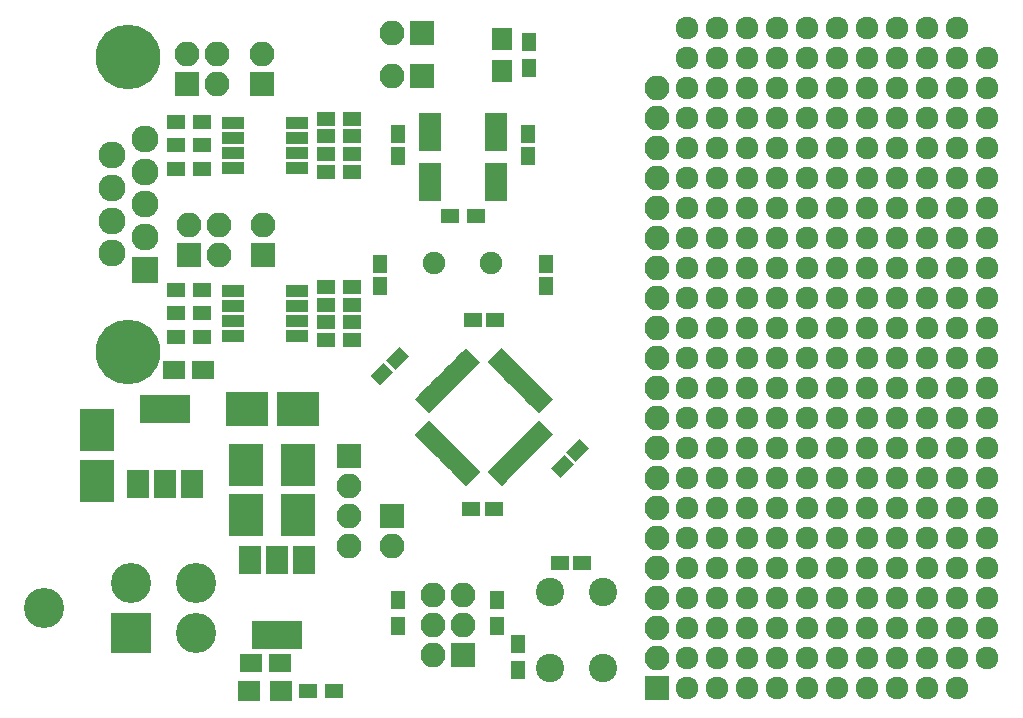
<source format=gbr>
G04 #@! TF.FileFunction,Soldermask,Top*
%FSLAX46Y46*%
G04 Gerber Fmt 4.6, Leading zero omitted, Abs format (unit mm)*
G04 Created by KiCad (PCBNEW 4.0.7) date 10/26/17 01:15:18*
%MOMM*%
%LPD*%
G01*
G04 APERTURE LIST*
%ADD10C,0.100000*%
%ADD11R,2.279600X2.279600*%
%ADD12C,2.279600*%
%ADD13C,5.480000*%
%ADD14R,1.600000X1.300000*%
%ADD15C,1.900000*%
%ADD16R,1.900000X1.650000*%
%ADD17R,2.900000X3.600000*%
%ADD18R,3.600000X2.900000*%
%ADD19R,1.700000X1.900000*%
%ADD20R,1.900000X1.700000*%
%ADD21R,2.100000X2.100000*%
%ADD22O,2.100000X2.100000*%
%ADD23C,2.400000*%
%ADD24R,4.200000X2.400000*%
%ADD25R,1.900000X2.400000*%
%ADD26R,1.950000X1.000000*%
%ADD27R,1.830000X3.250000*%
%ADD28R,1.300000X1.600000*%
%ADD29R,1.600000X1.150000*%
%ADD30R,1.150000X1.600000*%
%ADD31C,1.924000*%
%ADD32R,3.400000X3.400000*%
%ADD33C,3.400000*%
G04 APERTURE END LIST*
D10*
G36*
X38937779Y-29608311D02*
X39397398Y-29148692D01*
X40599479Y-30350773D01*
X40139860Y-30810392D01*
X38937779Y-29608311D01*
X38937779Y-29608311D01*
G37*
G36*
X38584226Y-29961864D02*
X39043845Y-29502245D01*
X40245926Y-30704326D01*
X39786307Y-31163945D01*
X38584226Y-29961864D01*
X38584226Y-29961864D01*
G37*
G36*
X38230672Y-30315418D02*
X38690291Y-29855799D01*
X39892372Y-31057880D01*
X39432753Y-31517499D01*
X38230672Y-30315418D01*
X38230672Y-30315418D01*
G37*
G36*
X37877119Y-30668971D02*
X38336738Y-30209352D01*
X39538819Y-31411433D01*
X39079200Y-31871052D01*
X37877119Y-30668971D01*
X37877119Y-30668971D01*
G37*
G36*
X37523566Y-31022524D02*
X37983185Y-30562905D01*
X39185266Y-31764986D01*
X38725647Y-32224605D01*
X37523566Y-31022524D01*
X37523566Y-31022524D01*
G37*
G36*
X37170012Y-31376078D02*
X37629631Y-30916459D01*
X38831712Y-32118540D01*
X38372093Y-32578159D01*
X37170012Y-31376078D01*
X37170012Y-31376078D01*
G37*
G36*
X36816459Y-31729631D02*
X37276078Y-31270012D01*
X38478159Y-32472093D01*
X38018540Y-32931712D01*
X36816459Y-31729631D01*
X36816459Y-31729631D01*
G37*
G36*
X36462905Y-32083185D02*
X36922524Y-31623566D01*
X38124605Y-32825647D01*
X37664986Y-33285266D01*
X36462905Y-32083185D01*
X36462905Y-32083185D01*
G37*
G36*
X36109352Y-32436738D02*
X36568971Y-31977119D01*
X37771052Y-33179200D01*
X37311433Y-33638819D01*
X36109352Y-32436738D01*
X36109352Y-32436738D01*
G37*
G36*
X35755799Y-32790291D02*
X36215418Y-32330672D01*
X37417499Y-33532753D01*
X36957880Y-33992372D01*
X35755799Y-32790291D01*
X35755799Y-32790291D01*
G37*
G36*
X35402245Y-33143845D02*
X35861864Y-32684226D01*
X37063945Y-33886307D01*
X36604326Y-34345926D01*
X35402245Y-33143845D01*
X35402245Y-33143845D01*
G37*
G36*
X35048692Y-33497398D02*
X35508311Y-33037779D01*
X36710392Y-34239860D01*
X36250773Y-34699479D01*
X35048692Y-33497398D01*
X35048692Y-33497398D01*
G37*
G36*
X35508311Y-36962221D02*
X35048692Y-36502602D01*
X36250773Y-35300521D01*
X36710392Y-35760140D01*
X35508311Y-36962221D01*
X35508311Y-36962221D01*
G37*
G36*
X35861864Y-37315774D02*
X35402245Y-36856155D01*
X36604326Y-35654074D01*
X37063945Y-36113693D01*
X35861864Y-37315774D01*
X35861864Y-37315774D01*
G37*
G36*
X36215418Y-37669328D02*
X35755799Y-37209709D01*
X36957880Y-36007628D01*
X37417499Y-36467247D01*
X36215418Y-37669328D01*
X36215418Y-37669328D01*
G37*
G36*
X36568971Y-38022881D02*
X36109352Y-37563262D01*
X37311433Y-36361181D01*
X37771052Y-36820800D01*
X36568971Y-38022881D01*
X36568971Y-38022881D01*
G37*
G36*
X36922524Y-38376434D02*
X36462905Y-37916815D01*
X37664986Y-36714734D01*
X38124605Y-37174353D01*
X36922524Y-38376434D01*
X36922524Y-38376434D01*
G37*
G36*
X37276078Y-38729988D02*
X36816459Y-38270369D01*
X38018540Y-37068288D01*
X38478159Y-37527907D01*
X37276078Y-38729988D01*
X37276078Y-38729988D01*
G37*
G36*
X37629631Y-39083541D02*
X37170012Y-38623922D01*
X38372093Y-37421841D01*
X38831712Y-37881460D01*
X37629631Y-39083541D01*
X37629631Y-39083541D01*
G37*
G36*
X37983185Y-39437095D02*
X37523566Y-38977476D01*
X38725647Y-37775395D01*
X39185266Y-38235014D01*
X37983185Y-39437095D01*
X37983185Y-39437095D01*
G37*
G36*
X38336738Y-39790648D02*
X37877119Y-39331029D01*
X39079200Y-38128948D01*
X39538819Y-38588567D01*
X38336738Y-39790648D01*
X38336738Y-39790648D01*
G37*
G36*
X38690291Y-40144201D02*
X38230672Y-39684582D01*
X39432753Y-38482501D01*
X39892372Y-38942120D01*
X38690291Y-40144201D01*
X38690291Y-40144201D01*
G37*
G36*
X39043845Y-40497755D02*
X38584226Y-40038136D01*
X39786307Y-38836055D01*
X40245926Y-39295674D01*
X39043845Y-40497755D01*
X39043845Y-40497755D01*
G37*
G36*
X39397398Y-40851308D02*
X38937779Y-40391689D01*
X40139860Y-39189608D01*
X40599479Y-39649227D01*
X39397398Y-40851308D01*
X39397398Y-40851308D01*
G37*
G36*
X41200521Y-39649227D02*
X41660140Y-39189608D01*
X42862221Y-40391689D01*
X42402602Y-40851308D01*
X41200521Y-39649227D01*
X41200521Y-39649227D01*
G37*
G36*
X41554074Y-39295674D02*
X42013693Y-38836055D01*
X43215774Y-40038136D01*
X42756155Y-40497755D01*
X41554074Y-39295674D01*
X41554074Y-39295674D01*
G37*
G36*
X41907628Y-38942120D02*
X42367247Y-38482501D01*
X43569328Y-39684582D01*
X43109709Y-40144201D01*
X41907628Y-38942120D01*
X41907628Y-38942120D01*
G37*
G36*
X42261181Y-38588567D02*
X42720800Y-38128948D01*
X43922881Y-39331029D01*
X43463262Y-39790648D01*
X42261181Y-38588567D01*
X42261181Y-38588567D01*
G37*
G36*
X42614734Y-38235014D02*
X43074353Y-37775395D01*
X44276434Y-38977476D01*
X43816815Y-39437095D01*
X42614734Y-38235014D01*
X42614734Y-38235014D01*
G37*
G36*
X42968288Y-37881460D02*
X43427907Y-37421841D01*
X44629988Y-38623922D01*
X44170369Y-39083541D01*
X42968288Y-37881460D01*
X42968288Y-37881460D01*
G37*
G36*
X43321841Y-37527907D02*
X43781460Y-37068288D01*
X44983541Y-38270369D01*
X44523922Y-38729988D01*
X43321841Y-37527907D01*
X43321841Y-37527907D01*
G37*
G36*
X43675395Y-37174353D02*
X44135014Y-36714734D01*
X45337095Y-37916815D01*
X44877476Y-38376434D01*
X43675395Y-37174353D01*
X43675395Y-37174353D01*
G37*
G36*
X44028948Y-36820800D02*
X44488567Y-36361181D01*
X45690648Y-37563262D01*
X45231029Y-38022881D01*
X44028948Y-36820800D01*
X44028948Y-36820800D01*
G37*
G36*
X44382501Y-36467247D02*
X44842120Y-36007628D01*
X46044201Y-37209709D01*
X45584582Y-37669328D01*
X44382501Y-36467247D01*
X44382501Y-36467247D01*
G37*
G36*
X44736055Y-36113693D02*
X45195674Y-35654074D01*
X46397755Y-36856155D01*
X45938136Y-37315774D01*
X44736055Y-36113693D01*
X44736055Y-36113693D01*
G37*
G36*
X45089608Y-35760140D02*
X45549227Y-35300521D01*
X46751308Y-36502602D01*
X46291689Y-36962221D01*
X45089608Y-35760140D01*
X45089608Y-35760140D01*
G37*
G36*
X45549227Y-34699479D02*
X45089608Y-34239860D01*
X46291689Y-33037779D01*
X46751308Y-33497398D01*
X45549227Y-34699479D01*
X45549227Y-34699479D01*
G37*
G36*
X45195674Y-34345926D02*
X44736055Y-33886307D01*
X45938136Y-32684226D01*
X46397755Y-33143845D01*
X45195674Y-34345926D01*
X45195674Y-34345926D01*
G37*
G36*
X44842120Y-33992372D02*
X44382501Y-33532753D01*
X45584582Y-32330672D01*
X46044201Y-32790291D01*
X44842120Y-33992372D01*
X44842120Y-33992372D01*
G37*
G36*
X44488567Y-33638819D02*
X44028948Y-33179200D01*
X45231029Y-31977119D01*
X45690648Y-32436738D01*
X44488567Y-33638819D01*
X44488567Y-33638819D01*
G37*
G36*
X44135014Y-33285266D02*
X43675395Y-32825647D01*
X44877476Y-31623566D01*
X45337095Y-32083185D01*
X44135014Y-33285266D01*
X44135014Y-33285266D01*
G37*
G36*
X43781460Y-32931712D02*
X43321841Y-32472093D01*
X44523922Y-31270012D01*
X44983541Y-31729631D01*
X43781460Y-32931712D01*
X43781460Y-32931712D01*
G37*
G36*
X43427907Y-32578159D02*
X42968288Y-32118540D01*
X44170369Y-30916459D01*
X44629988Y-31376078D01*
X43427907Y-32578159D01*
X43427907Y-32578159D01*
G37*
G36*
X43074353Y-32224605D02*
X42614734Y-31764986D01*
X43816815Y-30562905D01*
X44276434Y-31022524D01*
X43074353Y-32224605D01*
X43074353Y-32224605D01*
G37*
G36*
X42720800Y-31871052D02*
X42261181Y-31411433D01*
X43463262Y-30209352D01*
X43922881Y-30668971D01*
X42720800Y-31871052D01*
X42720800Y-31871052D01*
G37*
G36*
X42367247Y-31517499D02*
X41907628Y-31057880D01*
X43109709Y-29855799D01*
X43569328Y-30315418D01*
X42367247Y-31517499D01*
X42367247Y-31517499D01*
G37*
G36*
X42013693Y-31163945D02*
X41554074Y-30704326D01*
X42756155Y-29502245D01*
X43215774Y-29961864D01*
X42013693Y-31163945D01*
X42013693Y-31163945D01*
G37*
G36*
X41660140Y-30810392D02*
X41200521Y-30350773D01*
X42402602Y-29148692D01*
X42862221Y-29608311D01*
X41660140Y-30810392D01*
X41660140Y-30810392D01*
G37*
D11*
X12219860Y-22539740D03*
D12*
X12219860Y-19768600D03*
X12219860Y-17000000D03*
X12219860Y-14231400D03*
X12219860Y-11460260D03*
X9380140Y-21147820D03*
X9380140Y-18379220D03*
X9380140Y-15620780D03*
X9380140Y-12852180D03*
D13*
X10800000Y-29499340D03*
X10800000Y-4500660D03*
D14*
X40250000Y-18000000D03*
X38050000Y-18000000D03*
D15*
X36650000Y-22000000D03*
X41530000Y-22000000D03*
D16*
X14650000Y-31000000D03*
X17150000Y-31000000D03*
X21150000Y-55800000D03*
X23650000Y-55800000D03*
D17*
X8150000Y-40400000D03*
X8150000Y-36100000D03*
X20800000Y-43350000D03*
X20800000Y-39050000D03*
X25200000Y-43350000D03*
X25200000Y-39050000D03*
D18*
X25150000Y-34300000D03*
X20850000Y-34300000D03*
D19*
X42400000Y-3050000D03*
X42400000Y-5750000D03*
D20*
X23750000Y-58200000D03*
X21050000Y-58200000D03*
D21*
X29500000Y-38300000D03*
D22*
X29500000Y-40840000D03*
X29500000Y-43380000D03*
X29500000Y-45920000D03*
D21*
X33100000Y-43400000D03*
D22*
X33100000Y-45940000D03*
D21*
X39100000Y-55200000D03*
D22*
X36560000Y-55200000D03*
X39100000Y-52660000D03*
X36560000Y-52660000D03*
X39100000Y-50120000D03*
X36560000Y-50120000D03*
D21*
X15800000Y-6800000D03*
D22*
X15800000Y-4260000D03*
X18340000Y-6800000D03*
X18340000Y-4260000D03*
D21*
X22100000Y-6800000D03*
D22*
X22100000Y-4260000D03*
D23*
X46500000Y-49800000D03*
X51000000Y-49800000D03*
X46500000Y-56300000D03*
X51000000Y-56300000D03*
D24*
X13900000Y-34350000D03*
D25*
X13900000Y-40650000D03*
X16200000Y-40650000D03*
X11600000Y-40650000D03*
D24*
X23400000Y-53450000D03*
D25*
X23400000Y-47150000D03*
X21100000Y-47150000D03*
X25700000Y-47150000D03*
D26*
X25100000Y-28155000D03*
X25100000Y-26885000D03*
X25100000Y-25615000D03*
X25100000Y-24345000D03*
X19700000Y-24345000D03*
X19700000Y-25615000D03*
X19700000Y-26885000D03*
X19700000Y-28155000D03*
X25100000Y-13905000D03*
X25100000Y-12635000D03*
X25100000Y-11365000D03*
X25100000Y-10095000D03*
X19700000Y-10095000D03*
X19700000Y-11365000D03*
X19700000Y-12635000D03*
X19700000Y-13905000D03*
D27*
X41965000Y-10925000D03*
X36335000Y-10925000D03*
X36335000Y-15075000D03*
X41965000Y-15075000D03*
D28*
X43800000Y-56400000D03*
X43800000Y-54200000D03*
X44700000Y-5500000D03*
X44700000Y-3300000D03*
D14*
X28200000Y-58200000D03*
X26000000Y-58200000D03*
D28*
X42000000Y-52700000D03*
X42000000Y-50500000D03*
X33600000Y-50500000D03*
X33600000Y-52700000D03*
D14*
X29750000Y-28500000D03*
X27550000Y-28500000D03*
X29750000Y-14250000D03*
X27550000Y-14250000D03*
X29750000Y-27000000D03*
X27550000Y-27000000D03*
X29750000Y-12750000D03*
X27550000Y-12750000D03*
X29750000Y-25500000D03*
X27550000Y-25500000D03*
X29750000Y-11250000D03*
X27550000Y-11250000D03*
X29750000Y-24000000D03*
X27550000Y-24000000D03*
X29750000Y-9750000D03*
X27550000Y-9750000D03*
X17000000Y-24250000D03*
X14800000Y-24250000D03*
X14800000Y-28250000D03*
X17000000Y-28250000D03*
X17000000Y-10000000D03*
X14800000Y-10000000D03*
X14800000Y-14000000D03*
X17000000Y-14000000D03*
X14800000Y-26250000D03*
X17000000Y-26250000D03*
X17000000Y-12000000D03*
X14800000Y-12000000D03*
D10*
G36*
X33730850Y-29055977D02*
X34544023Y-29869150D01*
X33412652Y-31000521D01*
X32599479Y-30187348D01*
X33730850Y-29055977D01*
X33730850Y-29055977D01*
G37*
G36*
X32387348Y-30399479D02*
X33200521Y-31212652D01*
X32069150Y-32344023D01*
X31255977Y-31530850D01*
X32387348Y-30399479D01*
X32387348Y-30399479D01*
G37*
D29*
X47350000Y-47400000D03*
X49250000Y-47400000D03*
D10*
G36*
X49030850Y-36855977D02*
X49844023Y-37669150D01*
X48712652Y-38800521D01*
X47899479Y-37987348D01*
X49030850Y-36855977D01*
X49030850Y-36855977D01*
G37*
G36*
X47687348Y-38199479D02*
X48500521Y-39012652D01*
X47369150Y-40144023D01*
X46555977Y-39330850D01*
X47687348Y-38199479D01*
X47687348Y-38199479D01*
G37*
D29*
X39850000Y-42800000D03*
X41750000Y-42800000D03*
X41850000Y-26800000D03*
X39950000Y-26800000D03*
D30*
X32150000Y-23950000D03*
X32150000Y-22050000D03*
X46150000Y-23950000D03*
X46150000Y-22050000D03*
X44650000Y-12950000D03*
X44650000Y-11050000D03*
X33650000Y-12950000D03*
X33650000Y-11050000D03*
D21*
X15900000Y-21300000D03*
D22*
X15900000Y-18760000D03*
X18440000Y-21300000D03*
X18440000Y-18760000D03*
D21*
X22200000Y-21300000D03*
D22*
X22200000Y-18760000D03*
D21*
X35700000Y-6100000D03*
D22*
X33160000Y-6100000D03*
D21*
X35700000Y-2500000D03*
D22*
X33160000Y-2500000D03*
D21*
X55600000Y-58000000D03*
D22*
X55600000Y-55460000D03*
X55600000Y-52920000D03*
X55600000Y-50380000D03*
X55600000Y-47840000D03*
X55600000Y-45300000D03*
X55600000Y-42760000D03*
X55600000Y-40220000D03*
X55600000Y-37680000D03*
X55600000Y-35140000D03*
X55600000Y-32600000D03*
X55600000Y-30060000D03*
X55600000Y-27520000D03*
X55600000Y-24980000D03*
X55600000Y-22440000D03*
X55600000Y-19900000D03*
X55600000Y-17360000D03*
X55600000Y-14820000D03*
X55600000Y-12280000D03*
X55600000Y-9740000D03*
X55600000Y-7200000D03*
D31*
X58140000Y-58000000D03*
X60680000Y-58000000D03*
X63220000Y-58000000D03*
X65760000Y-58000000D03*
X68300000Y-58000000D03*
X70840000Y-58000000D03*
X73380000Y-58000000D03*
X75920000Y-58000000D03*
X78460000Y-58000000D03*
X81000000Y-58000000D03*
X58140000Y-55460000D03*
X60680000Y-55460000D03*
X63220000Y-55460000D03*
X65760000Y-55460000D03*
X68300000Y-55460000D03*
X70840000Y-55460000D03*
X73380000Y-55460000D03*
X75920000Y-55460000D03*
X78460000Y-55460000D03*
X81000000Y-55460000D03*
X83540000Y-55460000D03*
X58140000Y-52920000D03*
X60680000Y-52920000D03*
X63220000Y-52920000D03*
X65760000Y-52920000D03*
X68300000Y-52920000D03*
X70840000Y-52920000D03*
X73380000Y-52920000D03*
X75920000Y-52920000D03*
X78460000Y-52920000D03*
X81000000Y-52920000D03*
X83540000Y-52920000D03*
X58140000Y-50380000D03*
X60680000Y-50380000D03*
X63220000Y-50380000D03*
X65760000Y-50380000D03*
X68300000Y-50380000D03*
X70840000Y-50380000D03*
X73380000Y-50380000D03*
X75920000Y-50380000D03*
X78460000Y-50380000D03*
X81000000Y-50380000D03*
X83540000Y-50380000D03*
X58140000Y-47840000D03*
X60680000Y-47840000D03*
X63220000Y-47840000D03*
X65760000Y-47840000D03*
X68300000Y-47840000D03*
X70840000Y-47840000D03*
X73380000Y-47840000D03*
X75920000Y-47840000D03*
X78460000Y-47840000D03*
X81000000Y-47840000D03*
X83540000Y-47840000D03*
X58140000Y-45300000D03*
X60680000Y-45300000D03*
X63220000Y-45300000D03*
X65760000Y-45300000D03*
X68300000Y-45300000D03*
X70840000Y-45300000D03*
X73380000Y-45300000D03*
X75920000Y-45300000D03*
X78460000Y-45300000D03*
X81000000Y-45300000D03*
X83540000Y-45300000D03*
X58140000Y-42760000D03*
X60680000Y-42760000D03*
X63220000Y-42760000D03*
X65760000Y-42760000D03*
X68300000Y-42760000D03*
X70840000Y-42760000D03*
X73380000Y-42760000D03*
X75920000Y-42760000D03*
X78460000Y-42760000D03*
X81000000Y-42760000D03*
X83540000Y-42760000D03*
X58140000Y-40220000D03*
X60680000Y-40220000D03*
X63220000Y-40220000D03*
X65760000Y-40220000D03*
X68300000Y-40220000D03*
X70840000Y-40220000D03*
X73380000Y-40220000D03*
X75920000Y-40220000D03*
X78460000Y-40220000D03*
X81000000Y-40220000D03*
X83540000Y-40220000D03*
X58140000Y-37680000D03*
X60680000Y-37680000D03*
X63220000Y-37680000D03*
X65760000Y-37680000D03*
X68300000Y-37680000D03*
X70840000Y-37680000D03*
X73380000Y-37680000D03*
X75920000Y-37680000D03*
X78460000Y-37680000D03*
X81000000Y-37680000D03*
X83540000Y-37680000D03*
X58140000Y-35140000D03*
X60680000Y-35140000D03*
X63220000Y-35140000D03*
X65760000Y-35140000D03*
X68300000Y-35140000D03*
X70840000Y-35140000D03*
X73380000Y-35140000D03*
X75920000Y-35140000D03*
X78460000Y-35140000D03*
X81000000Y-35140000D03*
X83540000Y-35140000D03*
X58140000Y-32600000D03*
X60680000Y-32600000D03*
X63220000Y-32600000D03*
X65760000Y-32600000D03*
X68300000Y-32600000D03*
X70840000Y-32600000D03*
X73380000Y-32600000D03*
X75920000Y-32600000D03*
X78460000Y-32600000D03*
X81000000Y-32600000D03*
X83540000Y-32600000D03*
X58140000Y-30060000D03*
X60680000Y-30060000D03*
X63220000Y-30060000D03*
X65760000Y-30060000D03*
X68300000Y-30060000D03*
X70840000Y-30060000D03*
X73380000Y-30060000D03*
X75920000Y-30060000D03*
X78460000Y-30060000D03*
X81000000Y-30060000D03*
X83540000Y-30060000D03*
X58140000Y-27520000D03*
X60680000Y-27520000D03*
X63220000Y-27520000D03*
X65760000Y-27520000D03*
X68300000Y-27520000D03*
X70840000Y-27520000D03*
X73380000Y-27520000D03*
X75920000Y-27520000D03*
X78460000Y-27520000D03*
X81000000Y-27520000D03*
X83540000Y-27520000D03*
X58140000Y-24980000D03*
X60680000Y-24980000D03*
X63220000Y-24980000D03*
X65760000Y-24980000D03*
X68300000Y-24980000D03*
X70840000Y-24980000D03*
X73380000Y-24980000D03*
X75920000Y-24980000D03*
X78460000Y-24980000D03*
X81000000Y-24980000D03*
X83540000Y-24980000D03*
X58140000Y-22440000D03*
X60680000Y-22440000D03*
X63220000Y-22440000D03*
X65760000Y-22440000D03*
X68300000Y-22440000D03*
X70840000Y-22440000D03*
X73380000Y-22440000D03*
X75920000Y-22440000D03*
X78460000Y-22440000D03*
X81000000Y-22440000D03*
X83540000Y-22440000D03*
X58140000Y-19900000D03*
X60680000Y-19900000D03*
X63220000Y-19900000D03*
X65760000Y-19900000D03*
X68300000Y-19900000D03*
X70840000Y-19900000D03*
X73380000Y-19900000D03*
X75920000Y-19900000D03*
X78460000Y-19900000D03*
X81000000Y-19900000D03*
X83540000Y-19900000D03*
X58140000Y-17360000D03*
X60680000Y-17360000D03*
X63220000Y-17360000D03*
X65760000Y-17360000D03*
X68300000Y-17360000D03*
X70840000Y-17360000D03*
X73380000Y-17360000D03*
X75920000Y-17360000D03*
X78460000Y-17360000D03*
X81000000Y-17360000D03*
X83540000Y-17360000D03*
X58140000Y-14820000D03*
X60680000Y-14820000D03*
X63220000Y-14820000D03*
X65760000Y-14820000D03*
X68300000Y-14820000D03*
X70840000Y-14820000D03*
X73380000Y-14820000D03*
X75920000Y-14820000D03*
X78460000Y-14820000D03*
X81000000Y-14820000D03*
X83540000Y-14820000D03*
X58140000Y-12280000D03*
X60680000Y-12280000D03*
X63220000Y-12280000D03*
X65760000Y-12280000D03*
X68300000Y-12280000D03*
X70840000Y-12280000D03*
X73380000Y-12280000D03*
X75920000Y-12280000D03*
X78460000Y-12280000D03*
X81000000Y-12280000D03*
X83540000Y-12280000D03*
X58140000Y-9740000D03*
X60680000Y-9740000D03*
X63220000Y-9740000D03*
X65760000Y-9740000D03*
X68300000Y-9740000D03*
X70840000Y-9740000D03*
X73380000Y-9740000D03*
X75920000Y-9740000D03*
X78460000Y-9740000D03*
X81000000Y-9740000D03*
X83540000Y-9740000D03*
X58140000Y-7200000D03*
X60680000Y-7200000D03*
X63220000Y-7200000D03*
X65760000Y-7200000D03*
X68300000Y-7200000D03*
X70840000Y-7200000D03*
X73380000Y-7200000D03*
X75920000Y-7200000D03*
X78460000Y-7200000D03*
X81000000Y-7200000D03*
X83540000Y-7200000D03*
X58140000Y-4660000D03*
X60680000Y-4660000D03*
X63220000Y-4660000D03*
X65760000Y-4660000D03*
X68300000Y-4660000D03*
X70840000Y-4660000D03*
X73380000Y-4660000D03*
X75920000Y-4660000D03*
X78460000Y-4660000D03*
X81000000Y-4660000D03*
X83540000Y-4660000D03*
X58140000Y-2120000D03*
X60680000Y-2120000D03*
X63220000Y-2120000D03*
X65760000Y-2120000D03*
X68300000Y-2120000D03*
X70840000Y-2120000D03*
X73380000Y-2120000D03*
X75920000Y-2120000D03*
X78460000Y-2120000D03*
X81000000Y-2120000D03*
D32*
X11000000Y-53300000D03*
D33*
X11000000Y-49100000D03*
X16500000Y-53300000D03*
X16500000Y-49100000D03*
X3700000Y-51200000D03*
M02*

</source>
